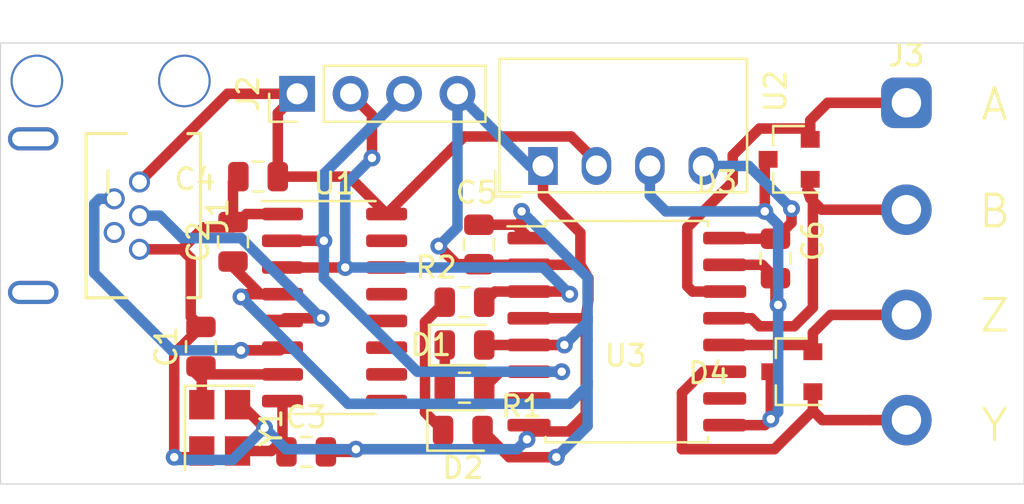
<source format=kicad_pcb>
(kicad_pcb (version 20171130) (host pcbnew 5.1.5+dfsg1-2build2)

  (general
    (thickness 1.6)
    (drawings 4)
    (tracks 212)
    (zones 0)
    (modules 19)
    (nets 29)
  )

  (page A4)
  (layers
    (0 F.Cu signal)
    (31 B.Cu signal)
    (32 B.Adhes user)
    (33 F.Adhes user)
    (34 B.Paste user)
    (35 F.Paste user)
    (36 B.SilkS user)
    (37 F.SilkS user)
    (38 B.Mask user)
    (39 F.Mask user)
    (40 Dwgs.User user)
    (41 Cmts.User user)
    (42 Eco1.User user)
    (43 Eco2.User user)
    (44 Edge.Cuts user)
    (45 Margin user)
    (46 B.CrtYd user)
    (47 F.CrtYd user)
    (48 B.Fab user)
    (49 F.Fab user)
  )

  (setup
    (last_trace_width 0.25)
    (user_trace_width 0.5)
    (trace_clearance 0.2)
    (zone_clearance 0.508)
    (zone_45_only no)
    (trace_min 0.2)
    (via_size 0.8)
    (via_drill 0.4)
    (via_min_size 0.4)
    (via_min_drill 0.3)
    (uvia_size 0.3)
    (uvia_drill 0.1)
    (uvias_allowed no)
    (uvia_min_size 0.2)
    (uvia_min_drill 0.1)
    (edge_width 0.05)
    (segment_width 0.2)
    (pcb_text_width 0.3)
    (pcb_text_size 1.5 1.5)
    (mod_edge_width 0.12)
    (mod_text_size 1 1)
    (mod_text_width 0.15)
    (pad_size 1.524 1.524)
    (pad_drill 0.762)
    (pad_to_mask_clearance 0.051)
    (solder_mask_min_width 0.25)
    (aux_axis_origin 0 0)
    (visible_elements FFFDFF7F)
    (pcbplotparams
      (layerselection 0x010fc_ffffffff)
      (usegerberextensions false)
      (usegerberattributes false)
      (usegerberadvancedattributes false)
      (creategerberjobfile false)
      (excludeedgelayer true)
      (linewidth 0.100000)
      (plotframeref false)
      (viasonmask false)
      (mode 1)
      (useauxorigin false)
      (hpglpennumber 1)
      (hpglpenspeed 20)
      (hpglpendiameter 15.000000)
      (psnegative false)
      (psa4output false)
      (plotreference true)
      (plotvalue true)
      (plotinvisibletext false)
      (padsonsilk false)
      (subtractmaskfromsilk false)
      (outputformat 1)
      (mirror false)
      (drillshape 0)
      (scaleselection 1)
      (outputdirectory "gerber"))
  )

  (net 0 "")
  (net 1 GND)
  (net 2 "Net-(C1-Pad1)")
  (net 3 +3V3)
  (net 4 "Net-(C3-Pad1)")
  (net 5 +5V)
  (net 6 "Net-(J1-Pad2)")
  (net 7 "Net-(J1-Pad3)")
  (net 8 "Net-(J1-Pad4)")
  (net 9 "Net-(J1-Pad6)")
  (net 10 "Net-(J2-Pad3)")
  (net 11 "Net-(J2-Pad2)")
  (net 12 "Net-(U1-Pad9)")
  (net 13 "Net-(U1-Pad10)")
  (net 14 "Net-(U1-Pad11)")
  (net 15 "Net-(U1-Pad12)")
  (net 16 "Net-(U1-Pad13)")
  (net 17 "Net-(U1-Pad14)")
  (net 18 "Net-(U1-Pad15)")
  (net 19 "Net-(U3-Pad7)")
  (net 20 "Net-(U3-Pad10)")
  (net 21 "Net-(C6-Pad1)")
  (net 22 "Net-(C6-Pad2)")
  (net 23 "Net-(D1-Pad1)")
  (net 24 "Net-(D2-Pad1)")
  (net 25 "Net-(D3-Pad2)")
  (net 26 "Net-(D3-Pad1)")
  (net 27 "Net-(D4-Pad1)")
  (net 28 "Net-(D4-Pad2)")

  (net_class Default "This is the default net class."
    (clearance 0.2)
    (trace_width 0.25)
    (via_dia 0.8)
    (via_drill 0.4)
    (uvia_dia 0.3)
    (uvia_drill 0.1)
    (add_net +3V3)
    (add_net +5V)
    (add_net GND)
    (add_net "Net-(C1-Pad1)")
    (add_net "Net-(C3-Pad1)")
    (add_net "Net-(C6-Pad1)")
    (add_net "Net-(C6-Pad2)")
    (add_net "Net-(D1-Pad1)")
    (add_net "Net-(D2-Pad1)")
    (add_net "Net-(D3-Pad1)")
    (add_net "Net-(D3-Pad2)")
    (add_net "Net-(D4-Pad1)")
    (add_net "Net-(D4-Pad2)")
    (add_net "Net-(J1-Pad2)")
    (add_net "Net-(J1-Pad3)")
    (add_net "Net-(J1-Pad4)")
    (add_net "Net-(J1-Pad6)")
    (add_net "Net-(J2-Pad2)")
    (add_net "Net-(J2-Pad3)")
    (add_net "Net-(U1-Pad10)")
    (add_net "Net-(U1-Pad11)")
    (add_net "Net-(U1-Pad12)")
    (add_net "Net-(U1-Pad13)")
    (add_net "Net-(U1-Pad14)")
    (add_net "Net-(U1-Pad15)")
    (add_net "Net-(U1-Pad9)")
    (add_net "Net-(U3-Pad10)")
    (add_net "Net-(U3-Pad7)")
  )

  (module Package_SO:SOIC-16_3.9x9.9mm_P1.27mm (layer F.Cu) (tedit 5D9F72B1) (tstamp 5F267C26)
    (at 144.907 80.518)
    (descr "SOIC, 16 Pin (JEDEC MS-012AC, https://www.analog.com/media/en/package-pcb-resources/package/pkg_pdf/soic_narrow-r/r_16.pdf), generated with kicad-footprint-generator ipc_gullwing_generator.py")
    (tags "SOIC SO")
    (path /5F0855CD)
    (attr smd)
    (fp_text reference U1 (at 0 -5.9) (layer F.SilkS)
      (effects (font (size 1 1) (thickness 0.15)))
    )
    (fp_text value CH340G (at 0 5.9) (layer F.Fab)
      (effects (font (size 1 1) (thickness 0.15)))
    )
    (fp_line (start 0 5.06) (end 1.95 5.06) (layer F.SilkS) (width 0.12))
    (fp_line (start 0 5.06) (end -1.95 5.06) (layer F.SilkS) (width 0.12))
    (fp_line (start 0 -5.06) (end 1.95 -5.06) (layer F.SilkS) (width 0.12))
    (fp_line (start 0 -5.06) (end -3.45 -5.06) (layer F.SilkS) (width 0.12))
    (fp_line (start -0.975 -4.95) (end 1.95 -4.95) (layer F.Fab) (width 0.1))
    (fp_line (start 1.95 -4.95) (end 1.95 4.95) (layer F.Fab) (width 0.1))
    (fp_line (start 1.95 4.95) (end -1.95 4.95) (layer F.Fab) (width 0.1))
    (fp_line (start -1.95 4.95) (end -1.95 -3.975) (layer F.Fab) (width 0.1))
    (fp_line (start -1.95 -3.975) (end -0.975 -4.95) (layer F.Fab) (width 0.1))
    (fp_line (start -3.7 -5.2) (end -3.7 5.2) (layer F.CrtYd) (width 0.05))
    (fp_line (start -3.7 5.2) (end 3.7 5.2) (layer F.CrtYd) (width 0.05))
    (fp_line (start 3.7 5.2) (end 3.7 -5.2) (layer F.CrtYd) (width 0.05))
    (fp_line (start 3.7 -5.2) (end -3.7 -5.2) (layer F.CrtYd) (width 0.05))
    (fp_text user %R (at 0 0) (layer F.Fab)
      (effects (font (size 0.98 0.98) (thickness 0.15)))
    )
    (pad 1 smd roundrect (at -2.475 -4.445) (size 1.95 0.6) (layers F.Cu F.Paste F.Mask) (roundrect_rratio 0.25)
      (net 1 GND))
    (pad 2 smd roundrect (at -2.475 -3.175) (size 1.95 0.6) (layers F.Cu F.Paste F.Mask) (roundrect_rratio 0.25)
      (net 10 "Net-(J2-Pad3)"))
    (pad 3 smd roundrect (at -2.475 -1.905) (size 1.95 0.6) (layers F.Cu F.Paste F.Mask) (roundrect_rratio 0.25)
      (net 11 "Net-(J2-Pad2)"))
    (pad 4 smd roundrect (at -2.475 -0.635) (size 1.95 0.6) (layers F.Cu F.Paste F.Mask) (roundrect_rratio 0.25)
      (net 3 +3V3))
    (pad 5 smd roundrect (at -2.475 0.635) (size 1.95 0.6) (layers F.Cu F.Paste F.Mask) (roundrect_rratio 0.25)
      (net 7 "Net-(J1-Pad3)"))
    (pad 6 smd roundrect (at -2.475 1.905) (size 1.95 0.6) (layers F.Cu F.Paste F.Mask) (roundrect_rratio 0.25)
      (net 6 "Net-(J1-Pad2)"))
    (pad 7 smd roundrect (at -2.475 3.175) (size 1.95 0.6) (layers F.Cu F.Paste F.Mask) (roundrect_rratio 0.25)
      (net 2 "Net-(C1-Pad1)"))
    (pad 8 smd roundrect (at -2.475 4.445) (size 1.95 0.6) (layers F.Cu F.Paste F.Mask) (roundrect_rratio 0.25)
      (net 4 "Net-(C3-Pad1)"))
    (pad 9 smd roundrect (at 2.475 4.445) (size 1.95 0.6) (layers F.Cu F.Paste F.Mask) (roundrect_rratio 0.25)
      (net 12 "Net-(U1-Pad9)"))
    (pad 10 smd roundrect (at 2.475 3.175) (size 1.95 0.6) (layers F.Cu F.Paste F.Mask) (roundrect_rratio 0.25)
      (net 13 "Net-(U1-Pad10)"))
    (pad 11 smd roundrect (at 2.475 1.905) (size 1.95 0.6) (layers F.Cu F.Paste F.Mask) (roundrect_rratio 0.25)
      (net 14 "Net-(U1-Pad11)"))
    (pad 12 smd roundrect (at 2.475 0.635) (size 1.95 0.6) (layers F.Cu F.Paste F.Mask) (roundrect_rratio 0.25)
      (net 15 "Net-(U1-Pad12)"))
    (pad 13 smd roundrect (at 2.475 -0.635) (size 1.95 0.6) (layers F.Cu F.Paste F.Mask) (roundrect_rratio 0.25)
      (net 16 "Net-(U1-Pad13)"))
    (pad 14 smd roundrect (at 2.475 -1.905) (size 1.95 0.6) (layers F.Cu F.Paste F.Mask) (roundrect_rratio 0.25)
      (net 17 "Net-(U1-Pad14)"))
    (pad 15 smd roundrect (at 2.475 -3.175) (size 1.95 0.6) (layers F.Cu F.Paste F.Mask) (roundrect_rratio 0.25)
      (net 18 "Net-(U1-Pad15)"))
    (pad 16 smd roundrect (at 2.475 -4.445) (size 1.95 0.6) (layers F.Cu F.Paste F.Mask) (roundrect_rratio 0.25)
      (net 5 +5V))
    (model ${KISYS3DMOD}/Package_SO.3dshapes/SOIC-16_3.9x9.9mm_P1.27mm.wrl
      (at (xyz 0 0 0))
      (scale (xyz 1 1 1))
      (rotate (xyz 0 0 0))
    )
  )

  (module Crystal:Crystal_SMD_3225-4Pin_3.2x2.5mm (layer F.Cu) (tedit 5A0FD1B2) (tstamp 5F267D4D)
    (at 139.446 86.233 270)
    (descr "SMD Crystal SERIES SMD3225/4 http://www.txccrystal.com/images/pdf/7m-accuracy.pdf, 3.2x2.5mm^2 package")
    (tags "SMD SMT crystal")
    (path /5F204DD8)
    (attr smd)
    (fp_text reference Y1 (at 0 -2.45 90) (layer F.SilkS)
      (effects (font (size 1 1) (thickness 0.15)))
    )
    (fp_text value 12mhz (at 0 2.45 90) (layer F.Fab)
      (effects (font (size 1 1) (thickness 0.15)))
    )
    (fp_text user %R (at 0 0 90) (layer F.Fab)
      (effects (font (size 0.7 0.7) (thickness 0.105)))
    )
    (fp_line (start -1.6 -1.25) (end -1.6 1.25) (layer F.Fab) (width 0.1))
    (fp_line (start -1.6 1.25) (end 1.6 1.25) (layer F.Fab) (width 0.1))
    (fp_line (start 1.6 1.25) (end 1.6 -1.25) (layer F.Fab) (width 0.1))
    (fp_line (start 1.6 -1.25) (end -1.6 -1.25) (layer F.Fab) (width 0.1))
    (fp_line (start -1.6 0.25) (end -0.6 1.25) (layer F.Fab) (width 0.1))
    (fp_line (start -2 -1.65) (end -2 1.65) (layer F.SilkS) (width 0.12))
    (fp_line (start -2 1.65) (end 2 1.65) (layer F.SilkS) (width 0.12))
    (fp_line (start -2.1 -1.7) (end -2.1 1.7) (layer F.CrtYd) (width 0.05))
    (fp_line (start -2.1 1.7) (end 2.1 1.7) (layer F.CrtYd) (width 0.05))
    (fp_line (start 2.1 1.7) (end 2.1 -1.7) (layer F.CrtYd) (width 0.05))
    (fp_line (start 2.1 -1.7) (end -2.1 -1.7) (layer F.CrtYd) (width 0.05))
    (pad 1 smd rect (at -1.1 0.85 270) (size 1.4 1.2) (layers F.Cu F.Paste F.Mask)
      (net 2 "Net-(C1-Pad1)"))
    (pad 2 smd rect (at 1.1 0.85 270) (size 1.4 1.2) (layers F.Cu F.Paste F.Mask)
      (net 1 GND))
    (pad 3 smd rect (at 1.1 -0.85 270) (size 1.4 1.2) (layers F.Cu F.Paste F.Mask)
      (net 4 "Net-(C3-Pad1)"))
    (pad 4 smd rect (at -1.1 -0.85 270) (size 1.4 1.2) (layers F.Cu F.Paste F.Mask)
      (net 1 GND))
    (model ${KISYS3DMOD}/Crystal.3dshapes/Crystal_SMD_3225-4Pin_3.2x2.5mm.wrl
      (at (xyz 0 0 0))
      (scale (xyz 1 1 1))
      (rotate (xyz 0 0 0))
    )
  )

  (module Capacitor_SMD:C_0805_2012Metric (layer F.Cu) (tedit 5B36C52B) (tstamp 5F267E4F)
    (at 138.557 82.3745 90)
    (descr "Capacitor SMD 0805 (2012 Metric), square (rectangular) end terminal, IPC_7351 nominal, (Body size source: https://docs.google.com/spreadsheets/d/1BsfQQcO9C6DZCsRaXUlFlo91Tg2WpOkGARC1WS5S8t0/edit?usp=sharing), generated with kicad-footprint-generator")
    (tags capacitor)
    (path /5F0D4633)
    (attr smd)
    (fp_text reference C1 (at 0 -1.65 90) (layer F.SilkS)
      (effects (font (size 1 1) (thickness 0.15)))
    )
    (fp_text value 22pF (at 0 1.65 90) (layer F.Fab)
      (effects (font (size 1 1) (thickness 0.15)))
    )
    (fp_text user %R (at 0 0 90) (layer F.Fab)
      (effects (font (size 0.5 0.5) (thickness 0.08)))
    )
    (fp_line (start 1.68 0.95) (end -1.68 0.95) (layer F.CrtYd) (width 0.05))
    (fp_line (start 1.68 -0.95) (end 1.68 0.95) (layer F.CrtYd) (width 0.05))
    (fp_line (start -1.68 -0.95) (end 1.68 -0.95) (layer F.CrtYd) (width 0.05))
    (fp_line (start -1.68 0.95) (end -1.68 -0.95) (layer F.CrtYd) (width 0.05))
    (fp_line (start -0.258578 0.71) (end 0.258578 0.71) (layer F.SilkS) (width 0.12))
    (fp_line (start -0.258578 -0.71) (end 0.258578 -0.71) (layer F.SilkS) (width 0.12))
    (fp_line (start 1 0.6) (end -1 0.6) (layer F.Fab) (width 0.1))
    (fp_line (start 1 -0.6) (end 1 0.6) (layer F.Fab) (width 0.1))
    (fp_line (start -1 -0.6) (end 1 -0.6) (layer F.Fab) (width 0.1))
    (fp_line (start -1 0.6) (end -1 -0.6) (layer F.Fab) (width 0.1))
    (pad 2 smd roundrect (at 0.9375 0 90) (size 0.975 1.4) (layers F.Cu F.Paste F.Mask) (roundrect_rratio 0.25)
      (net 1 GND))
    (pad 1 smd roundrect (at -0.9375 0 90) (size 0.975 1.4) (layers F.Cu F.Paste F.Mask) (roundrect_rratio 0.25)
      (net 2 "Net-(C1-Pad1)"))
    (model ${KISYS3DMOD}/Capacitor_SMD.3dshapes/C_0805_2012Metric.wrl
      (at (xyz 0 0 0))
      (scale (xyz 1 1 1))
      (rotate (xyz 0 0 0))
    )
  )

  (module Capacitor_SMD:C_0805_2012Metric (layer F.Cu) (tedit 5B36C52B) (tstamp 5F267E1F)
    (at 140.081 77.3915 90)
    (descr "Capacitor SMD 0805 (2012 Metric), square (rectangular) end terminal, IPC_7351 nominal, (Body size source: https://docs.google.com/spreadsheets/d/1BsfQQcO9C6DZCsRaXUlFlo91Tg2WpOkGARC1WS5S8t0/edit?usp=sharing), generated with kicad-footprint-generator")
    (tags capacitor)
    (path /5F0C71F2)
    (attr smd)
    (fp_text reference C2 (at 0 -1.65 90) (layer F.SilkS)
      (effects (font (size 1 1) (thickness 0.15)))
    )
    (fp_text value .1uF (at 0 1.65 90) (layer F.Fab)
      (effects (font (size 1 1) (thickness 0.15)))
    )
    (fp_line (start -1 0.6) (end -1 -0.6) (layer F.Fab) (width 0.1))
    (fp_line (start -1 -0.6) (end 1 -0.6) (layer F.Fab) (width 0.1))
    (fp_line (start 1 -0.6) (end 1 0.6) (layer F.Fab) (width 0.1))
    (fp_line (start 1 0.6) (end -1 0.6) (layer F.Fab) (width 0.1))
    (fp_line (start -0.258578 -0.71) (end 0.258578 -0.71) (layer F.SilkS) (width 0.12))
    (fp_line (start -0.258578 0.71) (end 0.258578 0.71) (layer F.SilkS) (width 0.12))
    (fp_line (start -1.68 0.95) (end -1.68 -0.95) (layer F.CrtYd) (width 0.05))
    (fp_line (start -1.68 -0.95) (end 1.68 -0.95) (layer F.CrtYd) (width 0.05))
    (fp_line (start 1.68 -0.95) (end 1.68 0.95) (layer F.CrtYd) (width 0.05))
    (fp_line (start 1.68 0.95) (end -1.68 0.95) (layer F.CrtYd) (width 0.05))
    (fp_text user %R (at 0 0 90) (layer F.Fab)
      (effects (font (size 0.5 0.5) (thickness 0.08)))
    )
    (pad 1 smd roundrect (at -0.9375 0 90) (size 0.975 1.4) (layers F.Cu F.Paste F.Mask) (roundrect_rratio 0.25)
      (net 3 +3V3))
    (pad 2 smd roundrect (at 0.9375 0 90) (size 0.975 1.4) (layers F.Cu F.Paste F.Mask) (roundrect_rratio 0.25)
      (net 1 GND))
    (model ${KISYS3DMOD}/Capacitor_SMD.3dshapes/C_0805_2012Metric.wrl
      (at (xyz 0 0 0))
      (scale (xyz 1 1 1))
      (rotate (xyz 0 0 0))
    )
  )

  (module Capacitor_SMD:C_0805_2012Metric (layer F.Cu) (tedit 5B36C52B) (tstamp 5F2680D3)
    (at 143.5585 87.376)
    (descr "Capacitor SMD 0805 (2012 Metric), square (rectangular) end terminal, IPC_7351 nominal, (Body size source: https://docs.google.com/spreadsheets/d/1BsfQQcO9C6DZCsRaXUlFlo91Tg2WpOkGARC1WS5S8t0/edit?usp=sharing), generated with kicad-footprint-generator")
    (tags capacitor)
    (path /5F0CFC76)
    (attr smd)
    (fp_text reference C3 (at 0 -1.65) (layer F.SilkS)
      (effects (font (size 1 1) (thickness 0.15)))
    )
    (fp_text value 22pF (at 0 1.65) (layer F.Fab)
      (effects (font (size 1 1) (thickness 0.15)))
    )
    (fp_line (start -1 0.6) (end -1 -0.6) (layer F.Fab) (width 0.1))
    (fp_line (start -1 -0.6) (end 1 -0.6) (layer F.Fab) (width 0.1))
    (fp_line (start 1 -0.6) (end 1 0.6) (layer F.Fab) (width 0.1))
    (fp_line (start 1 0.6) (end -1 0.6) (layer F.Fab) (width 0.1))
    (fp_line (start -0.258578 -0.71) (end 0.258578 -0.71) (layer F.SilkS) (width 0.12))
    (fp_line (start -0.258578 0.71) (end 0.258578 0.71) (layer F.SilkS) (width 0.12))
    (fp_line (start -1.68 0.95) (end -1.68 -0.95) (layer F.CrtYd) (width 0.05))
    (fp_line (start -1.68 -0.95) (end 1.68 -0.95) (layer F.CrtYd) (width 0.05))
    (fp_line (start 1.68 -0.95) (end 1.68 0.95) (layer F.CrtYd) (width 0.05))
    (fp_line (start 1.68 0.95) (end -1.68 0.95) (layer F.CrtYd) (width 0.05))
    (fp_text user %R (at 0 0) (layer F.Fab)
      (effects (font (size 0.5 0.5) (thickness 0.08)))
    )
    (pad 1 smd roundrect (at -0.9375 0) (size 0.975 1.4) (layers F.Cu F.Paste F.Mask) (roundrect_rratio 0.25)
      (net 4 "Net-(C3-Pad1)"))
    (pad 2 smd roundrect (at 0.9375 0) (size 0.975 1.4) (layers F.Cu F.Paste F.Mask) (roundrect_rratio 0.25)
      (net 1 GND))
    (model ${KISYS3DMOD}/Capacitor_SMD.3dshapes/C_0805_2012Metric.wrl
      (at (xyz 0 0 0))
      (scale (xyz 1 1 1))
      (rotate (xyz 0 0 0))
    )
  )

  (module Capacitor_SMD:C_0805_2012Metric (layer F.Cu) (tedit 5B36C52B) (tstamp 5F0ADE01)
    (at 141.2725 74.295 180)
    (descr "Capacitor SMD 0805 (2012 Metric), square (rectangular) end terminal, IPC_7351 nominal, (Body size source: https://docs.google.com/spreadsheets/d/1BsfQQcO9C6DZCsRaXUlFlo91Tg2WpOkGARC1WS5S8t0/edit?usp=sharing), generated with kicad-footprint-generator")
    (tags capacitor)
    (path /5F0CA40D)
    (attr smd)
    (fp_text reference C4 (at 2.9995 -0.127) (layer F.SilkS)
      (effects (font (size 1 1) (thickness 0.15)))
    )
    (fp_text value .1uF (at 0 1.65) (layer F.Fab)
      (effects (font (size 1 1) (thickness 0.15)))
    )
    (fp_text user %R (at 0 0) (layer F.Fab)
      (effects (font (size 0.5 0.5) (thickness 0.08)))
    )
    (fp_line (start 1.68 0.95) (end -1.68 0.95) (layer F.CrtYd) (width 0.05))
    (fp_line (start 1.68 -0.95) (end 1.68 0.95) (layer F.CrtYd) (width 0.05))
    (fp_line (start -1.68 -0.95) (end 1.68 -0.95) (layer F.CrtYd) (width 0.05))
    (fp_line (start -1.68 0.95) (end -1.68 -0.95) (layer F.CrtYd) (width 0.05))
    (fp_line (start -0.258578 0.71) (end 0.258578 0.71) (layer F.SilkS) (width 0.12))
    (fp_line (start -0.258578 -0.71) (end 0.258578 -0.71) (layer F.SilkS) (width 0.12))
    (fp_line (start 1 0.6) (end -1 0.6) (layer F.Fab) (width 0.1))
    (fp_line (start 1 -0.6) (end 1 0.6) (layer F.Fab) (width 0.1))
    (fp_line (start -1 -0.6) (end 1 -0.6) (layer F.Fab) (width 0.1))
    (fp_line (start -1 0.6) (end -1 -0.6) (layer F.Fab) (width 0.1))
    (pad 2 smd roundrect (at 0.9375 0 180) (size 0.975 1.4) (layers F.Cu F.Paste F.Mask) (roundrect_rratio 0.25)
      (net 1 GND))
    (pad 1 smd roundrect (at -0.9375 0 180) (size 0.975 1.4) (layers F.Cu F.Paste F.Mask) (roundrect_rratio 0.25)
      (net 5 +5V))
    (model ${KISYS3DMOD}/Capacitor_SMD.3dshapes/C_0805_2012Metric.wrl
      (at (xyz 0 0 0))
      (scale (xyz 1 1 1))
      (rotate (xyz 0 0 0))
    )
  )

  (module Connector_PinHeader_2.54mm:PinHeader_1x04_P2.54mm_Vertical (layer F.Cu) (tedit 59FED5CC) (tstamp 5F0ADE39)
    (at 143.129 70.358 90)
    (descr "Through hole straight pin header, 1x04, 2.54mm pitch, single row")
    (tags "Through hole pin header THT 1x04 2.54mm single row")
    (path /5F0A1AA8)
    (fp_text reference J2 (at 0 -2.33 90) (layer F.SilkS)
      (effects (font (size 1 1) (thickness 0.15)))
    )
    (fp_text value NMEA0183 (at 0 9.95 90) (layer F.Fab)
      (effects (font (size 1 1) (thickness 0.15)))
    )
    (fp_text user %R (at 0 3.81) (layer F.Fab)
      (effects (font (size 1 1) (thickness 0.15)))
    )
    (fp_line (start 1.8 -1.8) (end -1.8 -1.8) (layer F.CrtYd) (width 0.05))
    (fp_line (start 1.8 9.4) (end 1.8 -1.8) (layer F.CrtYd) (width 0.05))
    (fp_line (start -1.8 9.4) (end 1.8 9.4) (layer F.CrtYd) (width 0.05))
    (fp_line (start -1.8 -1.8) (end -1.8 9.4) (layer F.CrtYd) (width 0.05))
    (fp_line (start -1.33 -1.33) (end 0 -1.33) (layer F.SilkS) (width 0.12))
    (fp_line (start -1.33 0) (end -1.33 -1.33) (layer F.SilkS) (width 0.12))
    (fp_line (start -1.33 1.27) (end 1.33 1.27) (layer F.SilkS) (width 0.12))
    (fp_line (start 1.33 1.27) (end 1.33 8.95) (layer F.SilkS) (width 0.12))
    (fp_line (start -1.33 1.27) (end -1.33 8.95) (layer F.SilkS) (width 0.12))
    (fp_line (start -1.33 8.95) (end 1.33 8.95) (layer F.SilkS) (width 0.12))
    (fp_line (start -1.27 -0.635) (end -0.635 -1.27) (layer F.Fab) (width 0.1))
    (fp_line (start -1.27 8.89) (end -1.27 -0.635) (layer F.Fab) (width 0.1))
    (fp_line (start 1.27 8.89) (end -1.27 8.89) (layer F.Fab) (width 0.1))
    (fp_line (start 1.27 -1.27) (end 1.27 8.89) (layer F.Fab) (width 0.1))
    (fp_line (start -0.635 -1.27) (end 1.27 -1.27) (layer F.Fab) (width 0.1))
    (pad 4 thru_hole oval (at 0 7.62 90) (size 1.7 1.7) (drill 1) (layers *.Cu *.Mask)
      (net 1 GND))
    (pad 3 thru_hole oval (at 0 5.08 90) (size 1.7 1.7) (drill 1) (layers *.Cu *.Mask)
      (net 10 "Net-(J2-Pad3)"))
    (pad 2 thru_hole oval (at 0 2.54 90) (size 1.7 1.7) (drill 1) (layers *.Cu *.Mask)
      (net 11 "Net-(J2-Pad2)"))
    (pad 1 thru_hole rect (at 0 0 90) (size 1.7 1.7) (drill 1) (layers *.Cu *.Mask)
      (net 5 +5V))
    (model ${KISYS3DMOD}/Connector_PinHeader_2.54mm.3dshapes/PinHeader_1x04_P2.54mm_Vertical.wrl
      (at (xyz 0 0 0))
      (scale (xyz 1 1 1))
      (rotate (xyz 0 0 0))
    )
  )

  (module Converter_DCDC:Converter_DCDC_muRata_CRE1xxxxxx3C_THT (layer F.Cu) (tedit 59F5F4E9) (tstamp 5F0ADE8B)
    (at 154.813 73.787 90)
    (descr "Isolated 1W single output DC/DC, http://power.murata.com/data/power/ncl/kdc_cre1.pdf")
    (tags "Isolated 1W single output DC/DC")
    (path /5F0826EA)
    (fp_text reference U2 (at 3.556 11.049 90) (layer F.SilkS)
      (effects (font (size 1 1) (thickness 0.15)))
    )
    (fp_text value CRE1S0305S3C (at 2 11 270) (layer F.Fab)
      (effects (font (size 1 1) (thickness 0.15)))
    )
    (fp_line (start 5.09 -2.07) (end 5.09 9.7) (layer F.SilkS) (width 0.12))
    (fp_line (start 5.09 -2.07) (end -1.25 -2.07) (layer F.SilkS) (width 0.12))
    (fp_line (start -1.25 -2.07) (end -1.25 9.7) (layer F.SilkS) (width 0.12))
    (fp_line (start 5.09 9.7) (end -1.25 9.7) (layer F.SilkS) (width 0.12))
    (fp_line (start 4.97 -1.95) (end 4.97 9.58) (layer F.Fab) (width 0.1))
    (fp_line (start -0.13 -1.95) (end -1.13 -0.95) (layer F.Fab) (width 0.1))
    (fp_line (start -0.13 -1.95) (end 4.97 -1.95) (layer F.Fab) (width 0.1))
    (fp_line (start -1.13 -0.95) (end -1.13 9.58) (layer F.Fab) (width 0.1))
    (fp_line (start -1.13 9.58) (end 4.97 9.58) (layer F.Fab) (width 0.1))
    (fp_text user %R (at 3 4) (layer F.Fab)
      (effects (font (size 1 1) (thickness 0.15)))
    )
    (fp_line (start 5.22 -2.2) (end 5.22 9.83) (layer F.CrtYd) (width 0.05))
    (fp_line (start 5.22 -2.2) (end -1.38 -2.2) (layer F.CrtYd) (width 0.05))
    (fp_line (start -1.38 -2.2) (end -1.38 9.83) (layer F.CrtYd) (width 0.05))
    (fp_line (start 5.22 9.83) (end -1.38 9.83) (layer F.CrtYd) (width 0.05))
    (fp_line (start -0.25 -2.27) (end -1.45 -2.27) (layer F.SilkS) (width 0.12))
    (fp_line (start -1.45 -2.27) (end -1.45 -1.07) (layer F.SilkS) (width 0.12))
    (pad 4 thru_hole oval (at 0 7.62) (size 1.4 1.8) (drill 1) (layers *.Cu *.Mask)
      (net 21 "Net-(C6-Pad1)"))
    (pad 3 thru_hole oval (at 0 5.08) (size 1.4 1.8) (drill 1) (layers *.Cu *.Mask)
      (net 22 "Net-(C6-Pad2)"))
    (pad 2 thru_hole oval (at 0 2.54) (size 1.4 1.8) (drill 1) (layers *.Cu *.Mask)
      (net 5 +5V))
    (pad 1 thru_hole rect (at 0 0) (size 1.4 1.8) (drill 1) (layers *.Cu *.Mask)
      (net 1 GND))
    (model ${KISYS3DMOD}/Converter_DCDC.3dshapes/Converter_DCDC_muRata_CRE1xxxxxx3C_THT.wrl
      (at (xyz 0 0 0))
      (scale (xyz 1 1 1))
      (rotate (xyz 0 0 0))
    )
  )

  (module Package_SO:SOIC-16W_7.5x10.3mm_P1.27mm (layer F.Cu) (tedit 5D9F72B1) (tstamp 5F0ADEB2)
    (at 158.799 81.661)
    (descr "SOIC, 16 Pin (JEDEC MS-013AA, https://www.analog.com/media/en/package-pcb-resources/package/pkg_pdf/soic_wide-rw/rw_16.pdf), generated with kicad-footprint-generator ipc_gullwing_generator.py")
    (tags "SOIC SO")
    (path /5F080DC6)
    (attr smd)
    (fp_text reference U3 (at -0.049 1.143) (layer F.SilkS)
      (effects (font (size 1 1) (thickness 0.15)))
    )
    (fp_text value ADM2484E (at 0 6.1) (layer F.Fab)
      (effects (font (size 1 1) (thickness 0.15)))
    )
    (fp_line (start 0 5.26) (end 3.86 5.26) (layer F.SilkS) (width 0.12))
    (fp_line (start 3.86 5.26) (end 3.86 5.005) (layer F.SilkS) (width 0.12))
    (fp_line (start 0 5.26) (end -3.86 5.26) (layer F.SilkS) (width 0.12))
    (fp_line (start -3.86 5.26) (end -3.86 5.005) (layer F.SilkS) (width 0.12))
    (fp_line (start 0 -5.26) (end 3.86 -5.26) (layer F.SilkS) (width 0.12))
    (fp_line (start 3.86 -5.26) (end 3.86 -5.005) (layer F.SilkS) (width 0.12))
    (fp_line (start 0 -5.26) (end -3.86 -5.26) (layer F.SilkS) (width 0.12))
    (fp_line (start -3.86 -5.26) (end -3.86 -5.005) (layer F.SilkS) (width 0.12))
    (fp_line (start -3.86 -5.005) (end -5.675 -5.005) (layer F.SilkS) (width 0.12))
    (fp_line (start -2.75 -5.15) (end 3.75 -5.15) (layer F.Fab) (width 0.1))
    (fp_line (start 3.75 -5.15) (end 3.75 5.15) (layer F.Fab) (width 0.1))
    (fp_line (start 3.75 5.15) (end -3.75 5.15) (layer F.Fab) (width 0.1))
    (fp_line (start -3.75 5.15) (end -3.75 -4.15) (layer F.Fab) (width 0.1))
    (fp_line (start -3.75 -4.15) (end -2.75 -5.15) (layer F.Fab) (width 0.1))
    (fp_line (start -5.93 -5.4) (end -5.93 5.4) (layer F.CrtYd) (width 0.05))
    (fp_line (start -5.93 5.4) (end 5.93 5.4) (layer F.CrtYd) (width 0.05))
    (fp_line (start 5.93 5.4) (end 5.93 -5.4) (layer F.CrtYd) (width 0.05))
    (fp_line (start 5.93 -5.4) (end -5.93 -5.4) (layer F.CrtYd) (width 0.05))
    (fp_text user %R (at 0 0) (layer F.Fab)
      (effects (font (size 1 1) (thickness 0.15)))
    )
    (pad 1 smd roundrect (at -4.65 -4.445) (size 2.05 0.6) (layers F.Cu F.Paste F.Mask) (roundrect_rratio 0.25)
      (net 3 +3V3))
    (pad 2 smd roundrect (at -4.65 -3.175) (size 2.05 0.6) (layers F.Cu F.Paste F.Mask) (roundrect_rratio 0.25)
      (net 1 GND))
    (pad 3 smd roundrect (at -4.65 -1.905) (size 2.05 0.6) (layers F.Cu F.Paste F.Mask) (roundrect_rratio 0.25)
      (net 11 "Net-(J2-Pad2)"))
    (pad 4 smd roundrect (at -4.65 -0.635) (size 2.05 0.6) (layers F.Cu F.Paste F.Mask) (roundrect_rratio 0.25)
      (net 1 GND))
    (pad 5 smd roundrect (at -4.65 0.635) (size 2.05 0.6) (layers F.Cu F.Paste F.Mask) (roundrect_rratio 0.25)
      (net 3 +3V3))
    (pad 6 smd roundrect (at -4.65 1.905) (size 2.05 0.6) (layers F.Cu F.Paste F.Mask) (roundrect_rratio 0.25)
      (net 10 "Net-(J2-Pad3)"))
    (pad 7 smd roundrect (at -4.65 3.175) (size 2.05 0.6) (layers F.Cu F.Paste F.Mask) (roundrect_rratio 0.25)
      (net 19 "Net-(U3-Pad7)"))
    (pad 8 smd roundrect (at -4.65 4.445) (size 2.05 0.6) (layers F.Cu F.Paste F.Mask) (roundrect_rratio 0.25)
      (net 1 GND))
    (pad 9 smd roundrect (at 4.65 4.445) (size 2.05 0.6) (layers F.Cu F.Paste F.Mask) (roundrect_rratio 0.25)
      (net 22 "Net-(C6-Pad2)"))
    (pad 10 smd roundrect (at 4.65 3.175) (size 2.05 0.6) (layers F.Cu F.Paste F.Mask) (roundrect_rratio 0.25)
      (net 20 "Net-(U3-Pad10)"))
    (pad 11 smd roundrect (at 4.65 1.905) (size 2.05 0.6) (layers F.Cu F.Paste F.Mask) (roundrect_rratio 0.25)
      (net 27 "Net-(D4-Pad1)"))
    (pad 12 smd roundrect (at 4.65 0.635) (size 2.05 0.6) (layers F.Cu F.Paste F.Mask) (roundrect_rratio 0.25)
      (net 28 "Net-(D4-Pad2)"))
    (pad 13 smd roundrect (at 4.65 -0.635) (size 2.05 0.6) (layers F.Cu F.Paste F.Mask) (roundrect_rratio 0.25)
      (net 26 "Net-(D3-Pad1)"))
    (pad 14 smd roundrect (at 4.65 -1.905) (size 2.05 0.6) (layers F.Cu F.Paste F.Mask) (roundrect_rratio 0.25)
      (net 25 "Net-(D3-Pad2)"))
    (pad 15 smd roundrect (at 4.65 -3.175) (size 2.05 0.6) (layers F.Cu F.Paste F.Mask) (roundrect_rratio 0.25)
      (net 22 "Net-(C6-Pad2)"))
    (pad 16 smd roundrect (at 4.65 -4.445) (size 2.05 0.6) (layers F.Cu F.Paste F.Mask) (roundrect_rratio 0.25)
      (net 21 "Net-(C6-Pad1)"))
    (model ${KISYS3DMOD}/Package_SO.3dshapes/SOIC-16W_7.5x10.3mm_P1.27mm.wrl
      (at (xyz 0 0 0))
      (scale (xyz 1 1 1))
      (rotate (xyz 0 0 0))
    )
  )

  (module Capacitor_SMD:C_0805_2012Metric (layer F.Cu) (tedit 5B36C52B) (tstamp 5F269843)
    (at 151.765 77.5185 270)
    (descr "Capacitor SMD 0805 (2012 Metric), square (rectangular) end terminal, IPC_7351 nominal, (Body size source: https://docs.google.com/spreadsheets/d/1BsfQQcO9C6DZCsRaXUlFlo91Tg2WpOkGARC1WS5S8t0/edit?usp=sharing), generated with kicad-footprint-generator")
    (tags capacitor)
    (path /5F0C0133)
    (attr smd)
    (fp_text reference C5 (at -2.4615 0.127 180) (layer F.SilkS)
      (effects (font (size 1 1) (thickness 0.15)))
    )
    (fp_text value .1uF (at 0 1.65 90) (layer F.Fab)
      (effects (font (size 1 1) (thickness 0.15)))
    )
    (fp_text user %R (at 0 0 90) (layer F.Fab)
      (effects (font (size 0.5 0.5) (thickness 0.08)))
    )
    (fp_line (start 1.68 0.95) (end -1.68 0.95) (layer F.CrtYd) (width 0.05))
    (fp_line (start 1.68 -0.95) (end 1.68 0.95) (layer F.CrtYd) (width 0.05))
    (fp_line (start -1.68 -0.95) (end 1.68 -0.95) (layer F.CrtYd) (width 0.05))
    (fp_line (start -1.68 0.95) (end -1.68 -0.95) (layer F.CrtYd) (width 0.05))
    (fp_line (start -0.258578 0.71) (end 0.258578 0.71) (layer F.SilkS) (width 0.12))
    (fp_line (start -0.258578 -0.71) (end 0.258578 -0.71) (layer F.SilkS) (width 0.12))
    (fp_line (start 1 0.6) (end -1 0.6) (layer F.Fab) (width 0.1))
    (fp_line (start 1 -0.6) (end 1 0.6) (layer F.Fab) (width 0.1))
    (fp_line (start -1 -0.6) (end 1 -0.6) (layer F.Fab) (width 0.1))
    (fp_line (start -1 0.6) (end -1 -0.6) (layer F.Fab) (width 0.1))
    (pad 2 smd roundrect (at 0.9375 0 270) (size 0.975 1.4) (layers F.Cu F.Paste F.Mask) (roundrect_rratio 0.25)
      (net 1 GND))
    (pad 1 smd roundrect (at -0.9375 0 270) (size 0.975 1.4) (layers F.Cu F.Paste F.Mask) (roundrect_rratio 0.25)
      (net 3 +3V3))
    (model ${KISYS3DMOD}/Capacitor_SMD.3dshapes/C_0805_2012Metric.wrl
      (at (xyz 0 0 0))
      (scale (xyz 1 1 1))
      (rotate (xyz 0 0 0))
    )
  )

  (module Capacitor_SMD:C_0805_2012Metric (layer F.Cu) (tedit 5B36C52B) (tstamp 5F0AF211)
    (at 165.862 78.1835 270)
    (descr "Capacitor SMD 0805 (2012 Metric), square (rectangular) end terminal, IPC_7351 nominal, (Body size source: https://docs.google.com/spreadsheets/d/1BsfQQcO9C6DZCsRaXUlFlo91Tg2WpOkGARC1WS5S8t0/edit?usp=sharing), generated with kicad-footprint-generator")
    (tags capacitor)
    (path /5F0BA6B9)
    (attr smd)
    (fp_text reference C6 (at -0.8405 -1.778 90) (layer F.SilkS)
      (effects (font (size 1 1) (thickness 0.15)))
    )
    (fp_text value .1uF (at 0 1.65 90) (layer F.Fab)
      (effects (font (size 1 1) (thickness 0.15)))
    )
    (fp_line (start -1 0.6) (end -1 -0.6) (layer F.Fab) (width 0.1))
    (fp_line (start -1 -0.6) (end 1 -0.6) (layer F.Fab) (width 0.1))
    (fp_line (start 1 -0.6) (end 1 0.6) (layer F.Fab) (width 0.1))
    (fp_line (start 1 0.6) (end -1 0.6) (layer F.Fab) (width 0.1))
    (fp_line (start -0.258578 -0.71) (end 0.258578 -0.71) (layer F.SilkS) (width 0.12))
    (fp_line (start -0.258578 0.71) (end 0.258578 0.71) (layer F.SilkS) (width 0.12))
    (fp_line (start -1.68 0.95) (end -1.68 -0.95) (layer F.CrtYd) (width 0.05))
    (fp_line (start -1.68 -0.95) (end 1.68 -0.95) (layer F.CrtYd) (width 0.05))
    (fp_line (start 1.68 -0.95) (end 1.68 0.95) (layer F.CrtYd) (width 0.05))
    (fp_line (start 1.68 0.95) (end -1.68 0.95) (layer F.CrtYd) (width 0.05))
    (fp_text user %R (at 0 0 90) (layer F.Fab)
      (effects (font (size 0.5 0.5) (thickness 0.08)))
    )
    (pad 1 smd roundrect (at -0.9375 0 270) (size 0.975 1.4) (layers F.Cu F.Paste F.Mask) (roundrect_rratio 0.25)
      (net 21 "Net-(C6-Pad1)"))
    (pad 2 smd roundrect (at 0.9375 0 270) (size 0.975 1.4) (layers F.Cu F.Paste F.Mask) (roundrect_rratio 0.25)
      (net 22 "Net-(C6-Pad2)"))
    (model ${KISYS3DMOD}/Capacitor_SMD.3dshapes/C_0805_2012Metric.wrl
      (at (xyz 0 0 0))
      (scale (xyz 1 1 1))
      (rotate (xyz 0 0 0))
    )
  )

  (module rs422isolator:USB_Mini-B_Tensility_54-00023_Vertical (layer F.Cu) (tedit 5F0B92BE) (tstamp 5F267C97)
    (at 135.636 74.549 270)
    (descr http://www.tensility.com/pdffiles/54-00023.pdf)
    (tags "usb mini receptacle vertical")
    (path /5F0A634A)
    (fp_text reference J1 (at 1.6 -3.7 90) (layer F.SilkS)
      (effects (font (size 1 1) (thickness 0.15)))
    )
    (fp_text value USB_B_Micro (at 1.5 2.2 90) (layer F.Fab)
      (effects (font (size 1 1) (thickness 0.15)))
    )
    (fp_line (start 5.5 -2.9) (end 5.5 -2.3) (layer F.SilkS) (width 0.15))
    (fp_text user %R (at 1.5 -1 90) (layer F.Fab)
      (effects (font (size 1 1) (thickness 0.15)))
    )
    (fp_line (start 6 -3.2) (end -2.8 -3.2) (layer F.CrtYd) (width 0.05))
    (fp_line (start 6 6.35) (end 6 -3.2) (layer F.CrtYd) (width 0.05))
    (fp_line (start -2.8 6.35) (end 6 6.35) (layer F.CrtYd) (width 0.05))
    (fp_line (start -2.8 -3.2) (end -2.8 6.35) (layer F.CrtYd) (width 0.05))
    (fp_line (start -2.3 -2.3) (end -2.3 -2.9) (layer F.SilkS) (width 0.15))
    (fp_line (start 5.5 2.54) (end 5.5 0.6) (layer F.SilkS) (width 0.15))
    (fp_line (start -2.3 2.54) (end 5.5 2.54) (layer F.SilkS) (width 0.15))
    (fp_line (start -2.3 0.6) (end -2.3 2.54) (layer F.SilkS) (width 0.15))
    (fp_line (start -2.3 -2.9) (end 5.5 -2.9) (layer F.SilkS) (width 0.15))
    (fp_line (start -2 0.9) (end -2 -2.6) (layer F.Fab) (width 0.15))
    (fp_line (start 5.2 -2.6) (end -2 -2.6) (layer F.Fab) (width 0.15))
    (fp_line (start 5.2 -2.6) (end 5.2 0.9) (layer F.Fab) (width 0.15))
    (fp_line (start 0.7 0.9) (end 5.2 0.9) (layer F.Fab) (width 0.15))
    (fp_line (start 0 0.2) (end 0.7 0.9) (layer F.Fab) (width 0.15))
    (fp_line (start -0.7 0.9) (end 0 0.2) (layer F.Fab) (width 0.15))
    (fp_line (start -2 0.9) (end -0.7 0.9) (layer F.Fab) (width 0.15))
    (fp_line (start -0.5 1.5) (end 0.5 1.5) (layer F.SilkS) (width 0.15))
    (pad 6 thru_hole oval (at 5.25 5.05 270) (size 1.1 2.4) (drill oval 0.7 2) (layers *.Cu *.Mask)
      (net 9 "Net-(J1-Pad6)"))
    (pad 6 thru_hole oval (at -2.05 5.05 270) (size 1.1 2.4) (drill oval 0.7 2) (layers *.Cu *.Mask)
      (net 9 "Net-(J1-Pad6)"))
    (pad 5 thru_hole circle (at 3.2 0 270) (size 1 1) (drill 0.7) (layers *.Cu *.Mask)
      (net 1 GND))
    (pad 4 thru_hole circle (at 2.4 1.2 270) (size 1 1) (drill 0.7) (layers *.Cu *.Mask)
      (net 8 "Net-(J1-Pad4)"))
    (pad 3 thru_hole circle (at 1.6 0 270) (size 1 1) (drill 0.7) (layers *.Cu *.Mask)
      (net 7 "Net-(J1-Pad3)"))
    (pad 2 thru_hole circle (at 0.8 1.2 270) (size 1 1) (drill 0.7) (layers *.Cu *.Mask)
      (net 6 "Net-(J1-Pad2)"))
    (pad 1 thru_hole circle (at 0 0 270) (size 1 1) (drill 0.7) (layers *.Cu *.Mask)
      (net 5 +5V))
    (model ${KISYS3DMOD}/Connector_USB.3dshapes/USB_Mini-B_Tensility_54-00023_Vertical.wrl
      (at (xyz 0 0 0))
      (scale (xyz 1 1 1))
      (rotate (xyz 0 0 0))
    )
  )

  (module LED_SMD:LED_0805_2012Metric (layer F.Cu) (tedit 5B36C52C) (tstamp 5F268424)
    (at 151.0815 82.296)
    (descr "LED SMD 0805 (2012 Metric), square (rectangular) end terminal, IPC_7351 nominal, (Body size source: https://docs.google.com/spreadsheets/d/1BsfQQcO9C6DZCsRaXUlFlo91Tg2WpOkGARC1WS5S8t0/edit?usp=sharing), generated with kicad-footprint-generator")
    (tags diode)
    (path /5F224BC5)
    (attr smd)
    (fp_text reference D1 (at -1.6025 0) (layer F.SilkS)
      (effects (font (size 1 1) (thickness 0.15)))
    )
    (fp_text value LED (at 0 1.65) (layer F.Fab)
      (effects (font (size 1 1) (thickness 0.15)))
    )
    (fp_text user %R (at 0 0) (layer F.Fab)
      (effects (font (size 0.5 0.5) (thickness 0.08)))
    )
    (fp_line (start 1.68 0.95) (end -1.68 0.95) (layer F.CrtYd) (width 0.05))
    (fp_line (start 1.68 -0.95) (end 1.68 0.95) (layer F.CrtYd) (width 0.05))
    (fp_line (start -1.68 -0.95) (end 1.68 -0.95) (layer F.CrtYd) (width 0.05))
    (fp_line (start -1.68 0.95) (end -1.68 -0.95) (layer F.CrtYd) (width 0.05))
    (fp_line (start -1.685 0.96) (end 1 0.96) (layer F.SilkS) (width 0.12))
    (fp_line (start -1.685 -0.96) (end -1.685 0.96) (layer F.SilkS) (width 0.12))
    (fp_line (start 1 -0.96) (end -1.685 -0.96) (layer F.SilkS) (width 0.12))
    (fp_line (start 1 0.6) (end 1 -0.6) (layer F.Fab) (width 0.1))
    (fp_line (start -1 0.6) (end 1 0.6) (layer F.Fab) (width 0.1))
    (fp_line (start -1 -0.3) (end -1 0.6) (layer F.Fab) (width 0.1))
    (fp_line (start -0.7 -0.6) (end -1 -0.3) (layer F.Fab) (width 0.1))
    (fp_line (start 1 -0.6) (end -0.7 -0.6) (layer F.Fab) (width 0.1))
    (pad 2 smd roundrect (at 0.9375 0) (size 0.975 1.4) (layers F.Cu F.Paste F.Mask) (roundrect_rratio 0.25)
      (net 3 +3V3))
    (pad 1 smd roundrect (at -0.9375 0) (size 0.975 1.4) (layers F.Cu F.Paste F.Mask) (roundrect_rratio 0.25)
      (net 23 "Net-(D1-Pad1)"))
    (model ${KISYS3DMOD}/LED_SMD.3dshapes/LED_0805_2012Metric.wrl
      (at (xyz 0 0 0))
      (scale (xyz 1 1 1))
      (rotate (xyz 0 0 0))
    )
  )

  (module LED_SMD:LED_0805_2012Metric (layer F.Cu) (tedit 5B36C52C) (tstamp 5F261CB2)
    (at 151.003 86.36)
    (descr "LED SMD 0805 (2012 Metric), square (rectangular) end terminal, IPC_7351 nominal, (Body size source: https://docs.google.com/spreadsheets/d/1BsfQQcO9C6DZCsRaXUlFlo91Tg2WpOkGARC1WS5S8t0/edit?usp=sharing), generated with kicad-footprint-generator")
    (tags diode)
    (path /5F226FE1)
    (attr smd)
    (fp_text reference D2 (at 0 1.778) (layer F.SilkS)
      (effects (font (size 1 1) (thickness 0.15)))
    )
    (fp_text value LED (at 0 1.65) (layer F.Fab)
      (effects (font (size 1 1) (thickness 0.15)))
    )
    (fp_line (start 1 -0.6) (end -0.7 -0.6) (layer F.Fab) (width 0.1))
    (fp_line (start -0.7 -0.6) (end -1 -0.3) (layer F.Fab) (width 0.1))
    (fp_line (start -1 -0.3) (end -1 0.6) (layer F.Fab) (width 0.1))
    (fp_line (start -1 0.6) (end 1 0.6) (layer F.Fab) (width 0.1))
    (fp_line (start 1 0.6) (end 1 -0.6) (layer F.Fab) (width 0.1))
    (fp_line (start 1 -0.96) (end -1.685 -0.96) (layer F.SilkS) (width 0.12))
    (fp_line (start -1.685 -0.96) (end -1.685 0.96) (layer F.SilkS) (width 0.12))
    (fp_line (start -1.685 0.96) (end 1 0.96) (layer F.SilkS) (width 0.12))
    (fp_line (start -1.68 0.95) (end -1.68 -0.95) (layer F.CrtYd) (width 0.05))
    (fp_line (start -1.68 -0.95) (end 1.68 -0.95) (layer F.CrtYd) (width 0.05))
    (fp_line (start 1.68 -0.95) (end 1.68 0.95) (layer F.CrtYd) (width 0.05))
    (fp_line (start 1.68 0.95) (end -1.68 0.95) (layer F.CrtYd) (width 0.05))
    (fp_text user %R (at 0 0) (layer F.Fab)
      (effects (font (size 0.5 0.5) (thickness 0.08)))
    )
    (pad 1 smd roundrect (at -0.9375 0) (size 0.975 1.4) (layers F.Cu F.Paste F.Mask) (roundrect_rratio 0.25)
      (net 24 "Net-(D2-Pad1)"))
    (pad 2 smd roundrect (at 0.9375 0) (size 0.975 1.4) (layers F.Cu F.Paste F.Mask) (roundrect_rratio 0.25)
      (net 3 +3V3))
    (model ${KISYS3DMOD}/LED_SMD.3dshapes/LED_0805_2012Metric.wrl
      (at (xyz 0 0 0))
      (scale (xyz 1 1 1))
      (rotate (xyz 0 0 0))
    )
  )

  (module Package_TO_SOT_SMD:SOT-23 (layer F.Cu) (tedit 5A02FF57) (tstamp 5F261E93)
    (at 166.513 73.472 180)
    (descr "SOT-23, Standard")
    (tags SOT-23)
    (path /5F2624D7)
    (attr smd)
    (fp_text reference D3 (at 3.445 -1.082) (layer F.SilkS)
      (effects (font (size 1 1) (thickness 0.15)))
    )
    (fp_text value SM712 (at 0 2.5) (layer F.Fab)
      (effects (font (size 1 1) (thickness 0.15)))
    )
    (fp_line (start 0.76 1.58) (end -0.7 1.58) (layer F.SilkS) (width 0.12))
    (fp_line (start 0.76 -1.58) (end -1.4 -1.58) (layer F.SilkS) (width 0.12))
    (fp_line (start -1.7 1.75) (end -1.7 -1.75) (layer F.CrtYd) (width 0.05))
    (fp_line (start 1.7 1.75) (end -1.7 1.75) (layer F.CrtYd) (width 0.05))
    (fp_line (start 1.7 -1.75) (end 1.7 1.75) (layer F.CrtYd) (width 0.05))
    (fp_line (start -1.7 -1.75) (end 1.7 -1.75) (layer F.CrtYd) (width 0.05))
    (fp_line (start 0.76 -1.58) (end 0.76 -0.65) (layer F.SilkS) (width 0.12))
    (fp_line (start 0.76 1.58) (end 0.76 0.65) (layer F.SilkS) (width 0.12))
    (fp_line (start -0.7 1.52) (end 0.7 1.52) (layer F.Fab) (width 0.1))
    (fp_line (start 0.7 -1.52) (end 0.7 1.52) (layer F.Fab) (width 0.1))
    (fp_line (start -0.7 -0.95) (end -0.15 -1.52) (layer F.Fab) (width 0.1))
    (fp_line (start -0.15 -1.52) (end 0.7 -1.52) (layer F.Fab) (width 0.1))
    (fp_line (start -0.7 -0.95) (end -0.7 1.5) (layer F.Fab) (width 0.1))
    (fp_text user %R (at 0 0 90) (layer F.Fab)
      (effects (font (size 0.5 0.5) (thickness 0.075)))
    )
    (pad 3 smd rect (at 1 0 180) (size 0.9 0.8) (layers F.Cu F.Paste F.Mask)
      (net 22 "Net-(C6-Pad2)"))
    (pad 2 smd rect (at -1 0.95 180) (size 0.9 0.8) (layers F.Cu F.Paste F.Mask)
      (net 25 "Net-(D3-Pad2)"))
    (pad 1 smd rect (at -1 -0.95 180) (size 0.9 0.8) (layers F.Cu F.Paste F.Mask)
      (net 26 "Net-(D3-Pad1)"))
    (model ${KISYS3DMOD}/Package_TO_SOT_SMD.3dshapes/SOT-23.wrl
      (at (xyz 0 0 0))
      (scale (xyz 1 1 1))
      (rotate (xyz 0 0 0))
    )
  )

  (module Package_TO_SOT_SMD:SOT-23 (layer F.Cu) (tedit 5A02FF57) (tstamp 5F267668)
    (at 166.64 83.566 180)
    (descr "SOT-23, Standard")
    (tags SOT-23)
    (path /5F2661B9)
    (attr smd)
    (fp_text reference D4 (at 3.953 -0.066) (layer F.SilkS)
      (effects (font (size 1 1) (thickness 0.15)))
    )
    (fp_text value SM712 (at 0 2.5) (layer F.Fab)
      (effects (font (size 1 1) (thickness 0.15)))
    )
    (fp_text user %R (at 0 0 90) (layer F.Fab)
      (effects (font (size 0.5 0.5) (thickness 0.075)))
    )
    (fp_line (start -0.7 -0.95) (end -0.7 1.5) (layer F.Fab) (width 0.1))
    (fp_line (start -0.15 -1.52) (end 0.7 -1.52) (layer F.Fab) (width 0.1))
    (fp_line (start -0.7 -0.95) (end -0.15 -1.52) (layer F.Fab) (width 0.1))
    (fp_line (start 0.7 -1.52) (end 0.7 1.52) (layer F.Fab) (width 0.1))
    (fp_line (start -0.7 1.52) (end 0.7 1.52) (layer F.Fab) (width 0.1))
    (fp_line (start 0.76 1.58) (end 0.76 0.65) (layer F.SilkS) (width 0.12))
    (fp_line (start 0.76 -1.58) (end 0.76 -0.65) (layer F.SilkS) (width 0.12))
    (fp_line (start -1.7 -1.75) (end 1.7 -1.75) (layer F.CrtYd) (width 0.05))
    (fp_line (start 1.7 -1.75) (end 1.7 1.75) (layer F.CrtYd) (width 0.05))
    (fp_line (start 1.7 1.75) (end -1.7 1.75) (layer F.CrtYd) (width 0.05))
    (fp_line (start -1.7 1.75) (end -1.7 -1.75) (layer F.CrtYd) (width 0.05))
    (fp_line (start 0.76 -1.58) (end -1.4 -1.58) (layer F.SilkS) (width 0.12))
    (fp_line (start 0.76 1.58) (end -0.7 1.58) (layer F.SilkS) (width 0.12))
    (pad 1 smd rect (at -1 -0.95 180) (size 0.9 0.8) (layers F.Cu F.Paste F.Mask)
      (net 27 "Net-(D4-Pad1)"))
    (pad 2 smd rect (at -1 0.95 180) (size 0.9 0.8) (layers F.Cu F.Paste F.Mask)
      (net 28 "Net-(D4-Pad2)"))
    (pad 3 smd rect (at 1 0 180) (size 0.9 0.8) (layers F.Cu F.Paste F.Mask)
      (net 22 "Net-(C6-Pad2)"))
    (model ${KISYS3DMOD}/Package_TO_SOT_SMD.3dshapes/SOT-23.wrl
      (at (xyz 0 0 0))
      (scale (xyz 1 1 1))
      (rotate (xyz 0 0 0))
    )
  )

  (module Resistor_SMD:R_0805_2012Metric (layer F.Cu) (tedit 5B36C52B) (tstamp 5F261CFE)
    (at 151.0815 84.328 180)
    (descr "Resistor SMD 0805 (2012 Metric), square (rectangular) end terminal, IPC_7351 nominal, (Body size source: https://docs.google.com/spreadsheets/d/1BsfQQcO9C6DZCsRaXUlFlo91Tg2WpOkGARC1WS5S8t0/edit?usp=sharing), generated with kicad-footprint-generator")
    (tags resistor)
    (path /5F22D575)
    (attr smd)
    (fp_text reference R1 (at -2.7155 -0.889) (layer F.SilkS)
      (effects (font (size 1 1) (thickness 0.15)))
    )
    (fp_text value 1.2k (at 0 1.65) (layer F.Fab)
      (effects (font (size 1 1) (thickness 0.15)))
    )
    (fp_text user %R (at 0 0) (layer F.Fab)
      (effects (font (size 0.5 0.5) (thickness 0.08)))
    )
    (fp_line (start 1.68 0.95) (end -1.68 0.95) (layer F.CrtYd) (width 0.05))
    (fp_line (start 1.68 -0.95) (end 1.68 0.95) (layer F.CrtYd) (width 0.05))
    (fp_line (start -1.68 -0.95) (end 1.68 -0.95) (layer F.CrtYd) (width 0.05))
    (fp_line (start -1.68 0.95) (end -1.68 -0.95) (layer F.CrtYd) (width 0.05))
    (fp_line (start -0.258578 0.71) (end 0.258578 0.71) (layer F.SilkS) (width 0.12))
    (fp_line (start -0.258578 -0.71) (end 0.258578 -0.71) (layer F.SilkS) (width 0.12))
    (fp_line (start 1 0.6) (end -1 0.6) (layer F.Fab) (width 0.1))
    (fp_line (start 1 -0.6) (end 1 0.6) (layer F.Fab) (width 0.1))
    (fp_line (start -1 -0.6) (end 1 -0.6) (layer F.Fab) (width 0.1))
    (fp_line (start -1 0.6) (end -1 -0.6) (layer F.Fab) (width 0.1))
    (pad 2 smd roundrect (at 0.9375 0 180) (size 0.975 1.4) (layers F.Cu F.Paste F.Mask) (roundrect_rratio 0.25)
      (net 23 "Net-(D1-Pad1)"))
    (pad 1 smd roundrect (at -0.9375 0 180) (size 0.975 1.4) (layers F.Cu F.Paste F.Mask) (roundrect_rratio 0.25)
      (net 10 "Net-(J2-Pad3)"))
    (model ${KISYS3DMOD}/Resistor_SMD.3dshapes/R_0805_2012Metric.wrl
      (at (xyz 0 0 0))
      (scale (xyz 1 1 1))
      (rotate (xyz 0 0 0))
    )
  )

  (module Resistor_SMD:R_0805_2012Metric (layer F.Cu) (tedit 5B36C52B) (tstamp 5F2696F3)
    (at 151.0815 80.264 180)
    (descr "Resistor SMD 0805 (2012 Metric), square (rectangular) end terminal, IPC_7351 nominal, (Body size source: https://docs.google.com/spreadsheets/d/1BsfQQcO9C6DZCsRaXUlFlo91Tg2WpOkGARC1WS5S8t0/edit?usp=sharing), generated with kicad-footprint-generator")
    (tags resistor)
    (path /5F225504)
    (attr smd)
    (fp_text reference R2 (at 1.3485 1.651) (layer F.SilkS)
      (effects (font (size 1 1) (thickness 0.15)))
    )
    (fp_text value 1.2k (at 0 1.65) (layer F.Fab)
      (effects (font (size 1 1) (thickness 0.15)))
    )
    (fp_line (start -1 0.6) (end -1 -0.6) (layer F.Fab) (width 0.1))
    (fp_line (start -1 -0.6) (end 1 -0.6) (layer F.Fab) (width 0.1))
    (fp_line (start 1 -0.6) (end 1 0.6) (layer F.Fab) (width 0.1))
    (fp_line (start 1 0.6) (end -1 0.6) (layer F.Fab) (width 0.1))
    (fp_line (start -0.258578 -0.71) (end 0.258578 -0.71) (layer F.SilkS) (width 0.12))
    (fp_line (start -0.258578 0.71) (end 0.258578 0.71) (layer F.SilkS) (width 0.12))
    (fp_line (start -1.68 0.95) (end -1.68 -0.95) (layer F.CrtYd) (width 0.05))
    (fp_line (start -1.68 -0.95) (end 1.68 -0.95) (layer F.CrtYd) (width 0.05))
    (fp_line (start 1.68 -0.95) (end 1.68 0.95) (layer F.CrtYd) (width 0.05))
    (fp_line (start 1.68 0.95) (end -1.68 0.95) (layer F.CrtYd) (width 0.05))
    (fp_text user %R (at 0 0) (layer F.Fab)
      (effects (font (size 0.5 0.5) (thickness 0.08)))
    )
    (pad 1 smd roundrect (at -0.9375 0 180) (size 0.975 1.4) (layers F.Cu F.Paste F.Mask) (roundrect_rratio 0.25)
      (net 11 "Net-(J2-Pad2)"))
    (pad 2 smd roundrect (at 0.9375 0 180) (size 0.975 1.4) (layers F.Cu F.Paste F.Mask) (roundrect_rratio 0.25)
      (net 24 "Net-(D2-Pad1)"))
    (model ${KISYS3DMOD}/Resistor_SMD.3dshapes/R_0805_2012Metric.wrl
      (at (xyz 0 0 0))
      (scale (xyz 1 1 1))
      (rotate (xyz 0 0 0))
    )
  )

  (module rs422isolator:rs422connector (layer F.Cu) (tedit 5F261EA8) (tstamp 5F267461)
    (at 172.085 70.866)
    (descr "Through hole straight pin header, 1x04, 2.54mm pitch, single row")
    (tags "Through hole pin header THT 1x04 2.54mm single row")
    (path /5F09B8B3)
    (fp_text reference J3 (at 0 -2.33) (layer F.SilkS)
      (effects (font (size 1 1) (thickness 0.15)))
    )
    (fp_text value NMEA0183 (at -4.826 7.874 90) (layer F.Fab)
      (effects (font (size 1 1) (thickness 0.15)))
    )
    (fp_text user %R (at 0 3.81 90) (layer F.Fab)
      (effects (font (size 1 1) (thickness 0.15)))
    )
    (fp_line (start -1.8 9.4) (end 1.8 9.4) (layer F.CrtYd) (width 0.05))
    (fp_line (start -1.27 -0.635) (end -0.635 -1.27) (layer F.Fab) (width 0.1))
    (fp_text user A (at 4.191 0) (layer F.SilkS)
      (effects (font (size 1.5 1.5) (thickness 0.15)))
    )
    (fp_text user B (at 4.191 5.08) (layer F.SilkS)
      (effects (font (size 1.5 1.5) (thickness 0.15)))
    )
    (fp_text user Z (at 4.191 10.033) (layer F.SilkS)
      (effects (font (size 1.5 1.5) (thickness 0.15)))
    )
    (fp_text user Y (at 4.191 15.24) (layer F.SilkS)
      (effects (font (size 1.5 1.5) (thickness 0.15)))
    )
    (fp_line (start -3.556 17.78) (end 5.08 17.78) (layer F.CrtYd) (width 0.12))
    (fp_line (start 5.08 17.78) (end 5.08 -2.54) (layer F.CrtYd) (width 0.12))
    (fp_line (start 5.08 -2.54) (end -3.556 -2.54) (layer F.CrtYd) (width 0.12))
    (fp_line (start -3.556 -2.54) (end -3.556 17.78) (layer F.CrtYd) (width 0.12))
    (pad 2 thru_hole circle (at 0 5) (size 2.4 2.4) (drill 1.4) (layers *.Cu *.Mask)
      (net 26 "Net-(D3-Pad1)"))
    (pad 1 thru_hole roundrect (at 0 -0.08) (size 2.4 2.4) (drill 1.4) (layers *.Cu *.Mask) (roundrect_rratio 0.25)
      (net 25 "Net-(D3-Pad2)"))
    (pad 3 thru_hole circle (at 0 10) (size 2.4 2.4) (drill 1.4) (layers *.Cu *.Mask)
      (net 28 "Net-(D4-Pad2)"))
    (pad 4 thru_hole circle (at 0 15) (size 2.4 2.4) (drill 1.4) (layers *.Cu *.Mask)
      (net 27 "Net-(D4-Pad1)"))
    (model ${KISYS3DMOD}/Connector_PinHeader_2.54mm.3dshapes/PinHeader_1x04_P2.54mm_Vertical.wrl
      (at (xyz 0 0 0))
      (scale (xyz 1 1 1))
      (rotate (xyz 0 0 0))
    )
  )

  (gr_line (start 129.032 88.9) (end 129.032 67.945) (layer Edge.Cuts) (width 0.05))
  (gr_line (start 177.673 88.9) (end 129.032 88.9) (layer Edge.Cuts) (width 0.05))
  (gr_line (start 177.673 67.945) (end 177.673 88.9) (layer Edge.Cuts) (width 0.05))
  (gr_line (start 129.032 67.945) (end 177.673 67.945) (layer Edge.Cuts) (width 0.05))

  (via (at 130.7592 69.7484) (size 2.5) (drill 2.3) (layers F.Cu B.Cu) (net 0))
  (via (at 137.7696 69.7484) (size 2.5) (drill 2.3) (layers F.Cu B.Cu) (net 0) (tstamp 5F447D9F))
  (via (at 141.582 86.233) (size 0.8) (drill 0.4) (layers F.Cu B.Cu) (net 1) (tstamp 5F267DB3))
  (segment (start 140.482 85.133) (end 141.582 86.233) (width 0.5) (layer F.Cu) (net 1) (tstamp 5F267D23))
  (segment (start 140.296 85.133) (end 140.482 85.133) (width 0.5) (layer F.Cu) (net 1) (tstamp 5F267D02))
  (segment (start 141.582 86.233) (end 140.058 87.757) (width 0.5) (layer B.Cu) (net 1) (tstamp 5F267D95))
  (via (at 137.287 87.63) (size 0.8) (drill 0.4) (layers F.Cu B.Cu) (net 1) (tstamp 5F267CE1))
  (segment (start 137.414 87.757) (end 137.287 87.63) (width 0.5) (layer B.Cu) (net 1))
  (segment (start 140.058 87.757) (end 137.414 87.757) (width 0.5) (layer B.Cu) (net 1) (tstamp 5F267DCB))
  (segment (start 138.299 87.63) (end 138.596 87.333) (width 0.5) (layer F.Cu) (net 1) (tstamp 5F267D14))
  (segment (start 137.287 87.63) (end 138.299 87.63) (width 0.5) (layer F.Cu) (net 1) (tstamp 5F267D11))
  (segment (start 137.287 87.064315) (end 137.287 87.63) (width 0.5) (layer F.Cu) (net 1))
  (segment (start 137.287 82.707) (end 137.287 87.064315) (width 0.5) (layer F.Cu) (net 1))
  (segment (start 138.557 81.437) (end 137.287 82.707) (width 0.5) (layer F.Cu) (net 1) (tstamp 5F267DD4))
  (segment (start 138.684 76.708) (end 137.643 77.749) (width 0.5) (layer F.Cu) (net 1) (tstamp 5F267D89))
  (segment (start 137.643 77.749) (end 135.636 77.749) (width 0.5) (layer F.Cu) (net 1) (tstamp 5F267C6F))
  (segment (start 140.081 76.708) (end 138.684 76.708) (width 0.5) (layer F.Cu) (net 1) (tstamp 5F267D83))
  (segment (start 140.716 76.073) (end 140.081 76.708) (width 0.5) (layer F.Cu) (net 1) (tstamp 5F267DDD))
  (segment (start 142.432 76.073) (end 140.716 76.073) (width 0.5) (layer F.Cu) (net 1) (tstamp 5F267DC5))
  (segment (start 142.598 87.249) (end 141.582 86.233) (width 0.5) (layer B.Cu) (net 1) (tstamp 5F267CE7))
  (via (at 145.923 87.249) (size 0.8) (drill 0.4) (layers F.Cu B.Cu) (net 1) (tstamp 5F267D32))
  (segment (start 144.496 87.376) (end 145.796 87.376) (width 0.5) (layer F.Cu) (net 1) (tstamp 5F267D38))
  (segment (start 145.923 87.249) (end 142.598 87.249) (width 0.5) (layer B.Cu) (net 1) (tstamp 5F267DA1))
  (segment (start 145.796 87.376) (end 145.923 87.249) (width 0.5) (layer F.Cu) (net 1) (tstamp 5F267DBF))
  (segment (start 152.146 78.486) (end 151.765 78.456) (width 0.5) (layer F.Cu) (net 1))
  (segment (start 154.149 78.486) (end 152.146 78.486) (width 0.5) (layer F.Cu) (net 1))
  (segment (start 156.845 81.026) (end 154.149 81.026) (width 0.5) (layer F.Cu) (net 1))
  (segment (start 156.972 80.137) (end 156.845 81.026) (width 0.5) (layer F.Cu) (net 1))
  (segment (start 156.972 79.121) (end 156.972 80.137) (width 0.5) (layer F.Cu) (net 1))
  (segment (start 156.591 78.486) (end 156.972 79.121) (width 0.5) (layer F.Cu) (net 1))
  (segment (start 154.149 78.486) (end 156.591 78.486) (width 0.5) (layer F.Cu) (net 1))
  (segment (start 154.813 75.187) (end 154.813 73.787) (width 0.5) (layer F.Cu) (net 1))
  (segment (start 156.591 76.965) (end 154.813 75.187) (width 0.5) (layer F.Cu) (net 1))
  (segment (start 156.591 78.486) (end 156.591 76.965) (width 0.5) (layer F.Cu) (net 1))
  (segment (start 154.178 73.787) (end 154.813 73.787) (width 0.5) (layer B.Cu) (net 1))
  (segment (start 150.749 70.358) (end 154.178 73.787) (width 0.5) (layer B.Cu) (net 1))
  (via (at 154.051 86.78) (size 0.8) (drill 0.4) (layers F.Cu B.Cu) (net 1))
  (segment (start 154.149 86.682) (end 154.051 86.78) (width 0.5) (layer F.Cu) (net 1))
  (segment (start 154.149 86.106) (end 154.149 86.682) (width 0.5) (layer F.Cu) (net 1))
  (segment (start 153.582 87.249) (end 145.923 87.249) (width 0.5) (layer B.Cu) (net 1))
  (segment (start 154.051 86.78) (end 153.582 87.249) (width 0.5) (layer B.Cu) (net 1))
  (segment (start 140.081 74.549) (end 140.335 74.295) (width 0.5) (layer F.Cu) (net 1))
  (segment (start 140.081 76.454) (end 140.081 74.549) (width 0.5) (layer F.Cu) (net 1))
  (via (at 149.86 77.597) (size 0.8) (drill 0.4) (layers F.Cu B.Cu) (net 1))
  (segment (start 150.749 76.708) (end 149.86 77.597) (width 0.5) (layer B.Cu) (net 1))
  (segment (start 150.749 70.358) (end 150.749 76.708) (width 0.5) (layer B.Cu) (net 1))
  (segment (start 150.719 78.456) (end 149.86 77.597) (width 0.5) (layer F.Cu) (net 1))
  (segment (start 151.765 78.456) (end 150.719 78.456) (width 0.5) (layer F.Cu) (net 1))
  (segment (start 138.071473 78.177473) (end 137.643 77.749) (width 0.5) (layer F.Cu) (net 1))
  (segment (start 138.071473 80.951473) (end 138.071473 78.177473) (width 0.5) (layer F.Cu) (net 1))
  (segment (start 138.557 81.437) (end 138.071473 80.951473) (width 0.5) (layer F.Cu) (net 1))
  (segment (start 154.449 86.406) (end 156.037 86.406) (width 0.5) (layer F.Cu) (net 1))
  (segment (start 154.149 86.106) (end 154.449 86.406) (width 0.5) (layer F.Cu) (net 1))
  (segment (start 156.845 85.598) (end 156.845 81.026) (width 0.5) (layer F.Cu) (net 1))
  (segment (start 156.037 86.406) (end 156.845 85.598) (width 0.5) (layer F.Cu) (net 1))
  (segment (start 142.432 83.693) (end 138.541 83.693) (width 0.5) (layer F.Cu) (net 2) (tstamp 5F267CDB))
  (segment (start 138.303 83.64) (end 138.303 83.439) (width 0.5) (layer F.Cu) (net 2) (tstamp 5F267D92))
  (segment (start 138.596 83.933) (end 138.303 83.64) (width 0.5) (layer F.Cu) (net 2) (tstamp 5F267D0E))
  (segment (start 138.596 85.133) (end 138.596 83.933) (width 0.5) (layer F.Cu) (net 2) (tstamp 5F267CDE))
  (segment (start 138.541 83.693) (end 138.303 83.439) (width 0.5) (layer F.Cu) (net 2) (tstamp 5F267CD5))
  (segment (start 141.381 79.883) (end 142.432 79.883) (width 0.5) (layer F.Cu) (net 3) (tstamp 5F267D35))
  (segment (start 140.081 78.583) (end 141.381 79.883) (width 0.5) (layer F.Cu) (net 3) (tstamp 5F267CD2))
  (segment (start 154.149 82.296) (end 152.019 82.296) (width 0.5) (layer F.Cu) (net 3))
  (segment (start 151.9405 86.36) (end 152.426027 86.845527) (width 0.25) (layer F.Cu) (net 3))
  (segment (start 151.9405 86.36) (end 153.2105 87.63) (width 0.5) (layer F.Cu) (net 3))
  (segment (start 153.2105 87.63) (end 155.448 87.63) (width 0.5) (layer F.Cu) (net 3))
  (via (at 153.797 75.946) (size 0.8) (drill 0.4) (layers F.Cu B.Cu) (net 3))
  (via (at 155.448 87.63) (size 0.8) (drill 0.4) (layers F.Cu B.Cu) (net 3))
  (segment (start 156.933001 86.144999) (end 155.448 87.63) (width 0.5) (layer B.Cu) (net 3))
  (segment (start 153.797 75.946) (end 156.933001 79.082001) (width 0.5) (layer B.Cu) (net 3))
  (via (at 155.829 82.296) (size 0.8) (drill 0.4) (layers F.Cu B.Cu) (net 3))
  (segment (start 154.149 82.296) (end 155.829 82.296) (width 0.5) (layer F.Cu) (net 3))
  (segment (start 156.933001 81.191999) (end 155.829 82.296) (width 0.5) (layer B.Cu) (net 3))
  (segment (start 156.933001 80.987001) (end 156.933001 81.191999) (width 0.5) (layer B.Cu) (net 3))
  (segment (start 156.933001 79.082001) (end 156.933001 80.987001) (width 0.5) (layer B.Cu) (net 3))
  (segment (start 156.933001 80.987001) (end 156.933001 82.080999) (width 0.5) (layer B.Cu) (net 3))
  (segment (start 153.514 76.581) (end 154.149 77.216) (width 0.5) (layer F.Cu) (net 3))
  (segment (start 153.727685 76.581) (end 153.67 76.581) (width 0.5) (layer F.Cu) (net 3))
  (segment (start 153.797 76.511685) (end 153.727685 76.581) (width 0.5) (layer F.Cu) (net 3))
  (segment (start 153.797 75.946) (end 153.797 76.511685) (width 0.5) (layer F.Cu) (net 3))
  (segment (start 153.67 76.581) (end 153.514 76.581) (width 0.5) (layer F.Cu) (net 3))
  (segment (start 151.765 76.581) (end 153.67 76.581) (width 0.5) (layer F.Cu) (net 3))
  (via (at 140.462 80.01) (size 0.8) (drill 0.4) (layers F.Cu B.Cu) (net 3))
  (segment (start 140.589 79.883) (end 140.462 80.01) (width 0.5) (layer F.Cu) (net 3))
  (segment (start 142.432 79.883) (end 140.589 79.883) (width 0.5) (layer F.Cu) (net 3))
  (segment (start 156.933001 82.080999) (end 156.933001 84.035001) (width 0.5) (layer B.Cu) (net 3))
  (segment (start 156.933001 84.035001) (end 156.933001 86.144999) (width 0.5) (layer B.Cu) (net 3))
  (segment (start 145.542 85.09) (end 140.861999 80.409999) (width 0.5) (layer B.Cu) (net 3))
  (segment (start 156.083 85.09) (end 145.542 85.09) (width 0.5) (layer B.Cu) (net 3))
  (segment (start 140.861999 80.409999) (end 140.462 80.01) (width 0.5) (layer B.Cu) (net 3))
  (segment (start 156.933001 84.239999) (end 156.083 85.09) (width 0.5) (layer B.Cu) (net 3))
  (segment (start 156.933001 84.035001) (end 156.933001 84.239999) (width 0.5) (layer B.Cu) (net 3))
  (segment (start 142.432 84.963) (end 142.432 86.803) (width 0.5) (layer F.Cu) (net 4) (tstamp 5F267DB9))
  (segment (start 141.902 87.333) (end 140.296 87.333) (width 0.5) (layer F.Cu) (net 4) (tstamp 5F267DC2))
  (segment (start 142.432 86.803) (end 141.902 87.333) (width 0.5) (layer F.Cu) (net 4) (tstamp 5F267D8F))
  (segment (start 147.682 75.773) (end 147.382 76.073) (width 0.5) (layer F.Cu) (net 5))
  (segment (start 151.068 72.387) (end 147.682 75.773) (width 0.5) (layer F.Cu) (net 5))
  (segment (start 156.153 72.387) (end 151.068 72.387) (width 0.5) (layer F.Cu) (net 5))
  (segment (start 157.353 73.587) (end 156.153 72.387) (width 0.5) (layer F.Cu) (net 5))
  (segment (start 157.353 73.787) (end 157.353 73.587) (width 0.5) (layer F.Cu) (net 5))
  (segment (start 139.827 70.358) (end 143.129 70.358) (width 0.5) (layer F.Cu) (net 5))
  (segment (start 135.636 74.549) (end 139.827 70.358) (width 0.5) (layer F.Cu) (net 5))
  (segment (start 142.21 71.277) (end 143.129 70.358) (width 0.5) (layer F.Cu) (net 5))
  (segment (start 142.21 74.295) (end 142.21 71.277) (width 0.5) (layer F.Cu) (net 5))
  (segment (start 145.604 74.295) (end 147.382 76.073) (width 0.5) (layer F.Cu) (net 5))
  (segment (start 142.21 74.295) (end 145.604 74.295) (width 0.5) (layer F.Cu) (net 5))
  (segment (start 133.485999 75.591895) (end 133.485999 78.875999) (width 0.5) (layer B.Cu) (net 6))
  (segment (start 133.728894 75.349) (end 133.485999 75.591895) (width 0.5) (layer B.Cu) (net 6))
  (segment (start 134.436 75.349) (end 133.728894 75.349) (width 0.5) (layer B.Cu) (net 6))
  (via (at 140.462 82.55) (size 0.8) (drill 0.4) (layers F.Cu B.Cu) (net 6))
  (segment (start 137.16 82.55) (end 140.462 82.55) (width 0.5) (layer B.Cu) (net 6))
  (segment (start 133.485999 78.875999) (end 137.16 82.55) (width 0.5) (layer B.Cu) (net 6))
  (segment (start 142.305 82.55) (end 142.432 82.423) (width 0.5) (layer F.Cu) (net 6))
  (segment (start 140.462 82.55) (end 142.305 82.55) (width 0.5) (layer F.Cu) (net 6))
  (segment (start 136.601 76.149) (end 135.636 76.149) (width 0.5) (layer B.Cu) (net 7))
  (segment (start 137.668 77.216) (end 136.601 76.149) (width 0.5) (layer B.Cu) (net 7) (tstamp 5F267D8C))
  (via (at 144.272 81.026) (size 0.8) (drill 0.4) (layers F.Cu B.Cu) (net 7))
  (segment (start 140.462 77.216) (end 144.272 81.026) (width 0.5) (layer B.Cu) (net 7))
  (segment (start 137.668 77.216) (end 140.462 77.216) (width 0.5) (layer B.Cu) (net 7))
  (segment (start 142.559 81.026) (end 142.432 81.153) (width 0.5) (layer F.Cu) (net 7))
  (segment (start 144.272 81.026) (end 142.559 81.026) (width 0.5) (layer F.Cu) (net 7))
  (segment (start 152.781 83.566) (end 154.149 83.566) (width 0.5) (layer F.Cu) (net 10))
  (segment (start 152.019 84.328) (end 152.781 83.566) (width 0.5) (layer F.Cu) (net 10))
  (via (at 144.399 77.343) (size 0.8) (drill 0.4) (layers F.Cu B.Cu) (net 10))
  (segment (start 144.399 77.343) (end 142.432 77.343) (width 0.5) (layer F.Cu) (net 10))
  (segment (start 144.399 74.168) (end 148.209 70.358) (width 0.5) (layer B.Cu) (net 10))
  (segment (start 144.399 77.343) (end 144.399 74.168) (width 0.5) (layer B.Cu) (net 10))
  (segment (start 148.844 83.566) (end 144.399 79.121) (width 0.5) (layer B.Cu) (net 10))
  (segment (start 155.702 83.566) (end 148.844 83.566) (width 0.5) (layer B.Cu) (net 10))
  (segment (start 154.149 83.566) (end 155.702 83.566) (width 0.5) (layer F.Cu) (net 10))
  (segment (start 144.399 79.121) (end 144.399 77.343) (width 0.5) (layer B.Cu) (net 10))
  (via (at 155.702 83.566) (size 0.8) (drill 0.4) (layers F.Cu B.Cu) (net 10))
  (segment (start 152.527 79.756) (end 152.019 80.264) (width 0.5) (layer F.Cu) (net 11))
  (segment (start 154.149 79.756) (end 152.527 79.756) (width 0.5) (layer F.Cu) (net 11))
  (via (at 156.083 79.883) (size 0.8) (drill 0.4) (layers F.Cu B.Cu) (net 11))
  (segment (start 155.956 79.756) (end 156.083 79.883) (width 0.5) (layer F.Cu) (net 11))
  (segment (start 154.149 79.756) (end 155.956 79.756) (width 0.5) (layer F.Cu) (net 11))
  (segment (start 145.415 78.613) (end 142.432 78.613) (width 0.5) (layer F.Cu) (net 11))
  (segment (start 154.813 78.613) (end 156.083 79.883) (width 0.5) (layer B.Cu) (net 11))
  (segment (start 145.415 78.613) (end 154.813 78.613) (width 0.5) (layer B.Cu) (net 11))
  (via (at 145.415 78.613) (size 0.8) (drill 0.4) (layers F.Cu B.Cu) (net 11))
  (via (at 146.685 73.406) (size 0.8) (drill 0.4) (layers F.Cu B.Cu) (net 11))
  (segment (start 145.415 74.676) (end 146.685 73.406) (width 0.5) (layer B.Cu) (net 11))
  (segment (start 145.415 78.613) (end 145.415 74.676) (width 0.5) (layer B.Cu) (net 11))
  (segment (start 146.685 71.374) (end 145.669 70.358) (width 0.5) (layer F.Cu) (net 11))
  (segment (start 146.685 73.406) (end 146.685 71.374) (width 0.5) (layer F.Cu) (net 11))
  (segment (start 163.479 77.246) (end 163.449 77.216) (width 0.5) (layer F.Cu) (net 21))
  (segment (start 165.862 77.246) (end 163.479 77.246) (width 0.5) (layer F.Cu) (net 21))
  (via (at 166.624 75.819) (size 0.8) (drill 0.4) (layers F.Cu B.Cu) (net 21))
  (segment (start 164.592 73.787) (end 166.624 75.819) (width 0.5) (layer B.Cu) (net 21))
  (segment (start 162.433 73.787) (end 164.592 73.787) (width 0.5) (layer B.Cu) (net 21))
  (segment (start 166.624 76.484) (end 165.862 77.246) (width 0.5) (layer F.Cu) (net 21))
  (segment (start 166.624 75.819) (end 166.624 76.484) (width 0.5) (layer F.Cu) (net 21))
  (segment (start 165.64 83.566) (end 165.64 85.82) (width 0.5) (layer F.Cu) (net 22))
  (segment (start 165.354 86.106) (end 163.449 86.106) (width 0.5) (layer F.Cu) (net 22))
  (segment (start 165.64 85.82) (end 165.354 86.106) (width 0.5) (layer F.Cu) (net 22))
  (segment (start 165.227 78.486) (end 165.862 79.121) (width 0.5) (layer F.Cu) (net 22))
  (segment (start 163.449 78.486) (end 165.227 78.486) (width 0.5) (layer F.Cu) (net 22))
  (via (at 165.989 80.391) (size 0.8) (drill 0.4) (layers F.Cu B.Cu) (net 22))
  (segment (start 165.862 80.264) (end 165.989 80.391) (width 0.5) (layer F.Cu) (net 22))
  (segment (start 165.862 79.121) (end 165.862 80.264) (width 0.5) (layer F.Cu) (net 22))
  (via (at 165.64 85.82) (size 0.8) (drill 0.4) (layers F.Cu B.Cu) (net 22))
  (segment (start 165.989 85.471) (end 165.64 85.82) (width 0.5) (layer B.Cu) (net 22))
  (segment (start 165.989 80.391) (end 165.989 85.471) (width 0.5) (layer B.Cu) (net 22))
  (via (at 165.354 75.946) (size 0.8) (drill 0.4) (layers F.Cu B.Cu) (net 22))
  (segment (start 165.989 76.581) (end 165.354 75.946) (width 0.5) (layer B.Cu) (net 22))
  (segment (start 165.989 80.391) (end 165.989 76.581) (width 0.5) (layer B.Cu) (net 22))
  (segment (start 165.354 73.631) (end 165.513 73.472) (width 0.5) (layer F.Cu) (net 22))
  (segment (start 165.354 75.946) (end 165.354 73.631) (width 0.5) (layer F.Cu) (net 22))
  (segment (start 159.893 75.187) (end 159.893 73.787) (width 0.5) (layer B.Cu) (net 22))
  (segment (start 160.652 75.946) (end 159.893 75.187) (width 0.5) (layer B.Cu) (net 22))
  (segment (start 165.354 75.946) (end 160.652 75.946) (width 0.5) (layer B.Cu) (net 22))
  (segment (start 150.144 82.296) (end 150.144 84.328) (width 0.5) (layer F.Cu) (net 23))
  (segment (start 149.658473 80.749527) (end 150.144 80.264) (width 0.5) (layer F.Cu) (net 24))
  (segment (start 149.20649 81.20151) (end 149.658473 80.749527) (width 0.5) (layer F.Cu) (net 24))
  (segment (start 149.20649 85.50099) (end 149.20649 81.20151) (width 0.5) (layer F.Cu) (net 24))
  (segment (start 150.0655 86.36) (end 149.20649 85.50099) (width 0.5) (layer F.Cu) (net 24))
  (segment (start 168.349 70.786) (end 167.513 71.622) (width 0.5) (layer F.Cu) (net 25))
  (segment (start 172.085 70.786) (end 168.349 70.786) (width 0.5) (layer F.Cu) (net 25))
  (segment (start 167.513 72.009) (end 165.1 72.009) (width 0.5) (layer F.Cu) (net 25))
  (segment (start 167.513 71.622) (end 167.513 72.009) (width 0.5) (layer F.Cu) (net 25))
  (segment (start 167.513 72.009) (end 167.513 72.522) (width 0.5) (layer F.Cu) (net 25))
  (segment (start 165.1 72.009) (end 163.83 73.279) (width 0.5) (layer F.Cu) (net 25))
  (segment (start 163.83 73.279) (end 163.83 74.549) (width 0.5) (layer F.Cu) (net 25))
  (segment (start 163.83 74.549) (end 161.671 76.708) (width 0.5) (layer F.Cu) (net 25))
  (segment (start 161.671 76.708) (end 161.671 79.502) (width 0.5) (layer F.Cu) (net 25))
  (segment (start 161.925 79.756) (end 163.449 79.756) (width 0.5) (layer F.Cu) (net 25))
  (segment (start 161.671 79.502) (end 161.925 79.756) (width 0.5) (layer F.Cu) (net 25))
  (segment (start 168.057 75.866) (end 167.513 75.322) (width 0.5) (layer F.Cu) (net 26))
  (segment (start 172.085 75.866) (end 168.057 75.866) (width 0.5) (layer F.Cu) (net 26))
  (segment (start 167.386 74.93) (end 167.513 74.422) (width 0.5) (layer F.Cu) (net 26))
  (segment (start 167.513 75.322) (end 167.386 74.93) (width 0.5) (layer F.Cu) (net 26))
  (segment (start 167.64 75.184) (end 167.386 74.93) (width 0.5) (layer F.Cu) (net 26))
  (segment (start 167.64 80.518) (end 167.64 75.184) (width 0.5) (layer F.Cu) (net 26))
  (segment (start 166.751 81.407) (end 167.64 80.518) (width 0.5) (layer F.Cu) (net 26))
  (segment (start 165.1 81.407) (end 166.751 81.407) (width 0.5) (layer F.Cu) (net 26))
  (segment (start 164.719 81.026) (end 165.1 81.407) (width 0.5) (layer F.Cu) (net 26))
  (segment (start 163.449 81.026) (end 164.719 81.026) (width 0.5) (layer F.Cu) (net 26))
  (segment (start 170.387944 85.866) (end 172.085 85.866) (width 0.5) (layer F.Cu) (net 27))
  (segment (start 168.09 85.866) (end 170.387944 85.866) (width 0.5) (layer F.Cu) (net 27))
  (segment (start 167.64 85.416) (end 168.09 85.866) (width 0.5) (layer F.Cu) (net 27))
  (segment (start 167.64 84.516) (end 167.64 85.416) (width 0.5) (layer F.Cu) (net 27))
  (segment (start 167.64 85.416) (end 165.807 87.249) (width 0.5) (layer F.Cu) (net 27))
  (segment (start 165.807 87.249) (end 161.417 87.249) (width 0.5) (layer F.Cu) (net 27))
  (segment (start 161.417 84.573) (end 162.424 83.566) (width 0.5) (layer F.Cu) (net 27))
  (segment (start 162.424 83.566) (end 163.449 83.566) (width 0.5) (layer F.Cu) (net 27))
  (segment (start 161.417 87.249) (end 161.417 84.573) (width 0.5) (layer F.Cu) (net 27))
  (segment (start 167.32 82.296) (end 167.64 82.616) (width 0.5) (layer F.Cu) (net 28))
  (segment (start 163.449 82.296) (end 167.32 82.296) (width 0.5) (layer F.Cu) (net 28))
  (segment (start 167.64 81.716) (end 167.64 82.616) (width 0.5) (layer F.Cu) (net 28))
  (segment (start 168.49 80.866) (end 167.64 81.716) (width 0.5) (layer F.Cu) (net 28))
  (segment (start 172.085 80.866) (end 168.49 80.866) (width 0.5) (layer F.Cu) (net 28))

)

</source>
